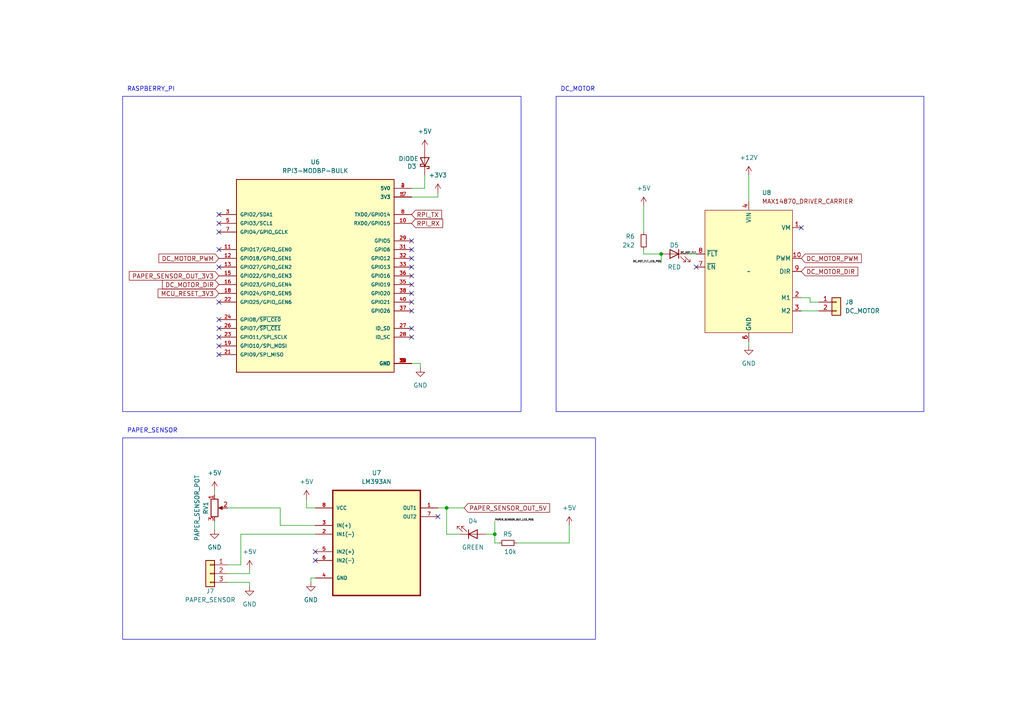
<source format=kicad_sch>
(kicad_sch (version 20230121) (generator eeschema)
  (paper "A4")
  (lib_symbols
    (symbol "Connector_Generic:Conn_01x02" (pin_names (offset 1.016) hide)
      (property "Reference" "J" (at 0 2.54 0))
      (property "Value" "Conn_01x02" (at 0 -5.08 0))
      (symbol "Conn_01x02_1_1"
        (rectangle (start -1.27 -2.413) (end 0 -2.667) (stroke (width 0.1524)))
        (rectangle (start -1.27 0.127) (end 0 -0.127) (stroke (width 0.1524)))
        (rectangle (start -1.27 1.27) (end 1.27 -3.81) (stroke (width 0.254)) (fill (type background)))
        (pin passive line (at -5.08 0 0) (length 3.81) (name "Pin_1") (number "1"))
        (pin passive line (at -5.08 -2.54 0) (length 3.81) (name "Pin_2") (number "2"))
      )
    )
    (symbol "Connector_Generic:Conn_01x03" (pin_names (offset 1.016) hide)
      (property "Reference" "J" (at 0 5.08 0))
      (property "Value" "Conn_01x03" (at 0 -5.08 0))
      (symbol "Conn_01x03_1_1"
        (rectangle (start -1.27 -2.413) (end 0 -2.667) (stroke (width 0.1524)))
        (rectangle (start -1.27 0.127) (end 0 -0.127) (stroke (width 0.1524)))
        (rectangle (start -1.27 2.667) (end 0 2.413) (stroke (width 0.1524)))
        (rectangle (start -1.27 3.81) (end 1.27 -3.81) (stroke (width 0.254)) (fill (type background)))
        (pin passive line (at -5.08 2.54 0) (length 3.81) (name "Pin_1") (number "1"))
        (pin passive line (at -5.08 0 0) (length 3.81) (name "Pin_2") (number "2"))
        (pin passive line (at -5.08 -2.54 0) (length 3.81) (name "Pin_3") (number "3"))
      )
    )
    (symbol "Device:D_Schottky" (pin_numbers hide) (pin_names (offset 1.016) hide)
      (property "Reference" "D" (at 0 2.54 0))
      (property "Value" "D_Schottky" (at 0 -2.54 0))
      (symbol "D_Schottky_0_1"
        (polyline (pts (xy 1.27 0) (xy -1.27 0)))
        (polyline (pts (xy 1.27 1.27) (xy 1.27 -1.27) (xy -1.27 0) (xy 1.27 1.27)) (stroke (width 0.254)))
        (polyline (pts (xy -1.905 0.635) (xy -1.905 1.27) (xy -1.27 1.27) (xy -1.27 -1.27) (xy -0.635 -1.27) (xy -0.635 -0.635)) (stroke (width 0.254)))
      )
      (symbol "D_Schottky_1_1"
        (pin passive line (at -3.81 0 0) (length 2.54) (name "K") (number "1"))
        (pin passive line (at 3.81 0 180) (length 2.54) (name "A") (number "2"))
      )
    )
    (symbol "Device:LED" (pin_numbers hide) (pin_names (offset 1.016) hide)
      (property "Reference" "D" (at 0 2.54 0))
      (property "Value" "LED" (at 0 -2.54 0))
      (symbol "LED_0_1"
        (polyline (pts (xy -1.27 -1.27) (xy -1.27 1.27)) (stroke (width 0.254)))
        (polyline (pts (xy -1.27 0) (xy 1.27 0)))
        (polyline (pts (xy 1.27 -1.27) (xy 1.27 1.27) (xy -1.27 0) (xy 1.27 -1.27)) (stroke (width 0.254)))
        (polyline (pts (xy -3.048 -0.762) (xy -4.572 -2.286) (xy -3.81 -2.286) (xy -4.572 -2.286) (xy -4.572 -1.524)))
        (polyline (pts (xy -1.778 -0.762) (xy -3.302 -2.286) (xy -2.54 -2.286) (xy -3.302 -2.286) (xy -3.302 -1.524)))
      )
      (symbol "LED_1_1"
        (pin passive line (at -3.81 0 0) (length 2.54) (name "K") (number "1"))
        (pin passive line (at 3.81 0 180) (length 2.54) (name "A") (number "2"))
      )
    )
    (symbol "Device:R_Potentiometer" (pin_names (offset 1.016) hide)
      (property "Reference" "RV" (at -4.445 0 90))
      (property "Value" "R_Potentiometer" (at -2.54 0 90))
      (symbol "R_Potentiometer_0_1"
        (polyline (pts (xy 2.54 0) (xy 1.524 0)))
        (polyline (pts (xy 1.143 0) (xy 2.286 0.508) (xy 2.286 -0.508) (xy 1.143 0)) (fill (type outline)))
        (rectangle (start 1.016 2.54) (end -1.016 -2.54) (stroke (width 0.254)))
      )
      (symbol "R_Potentiometer_1_1"
        (pin passive line (at 0 3.81 270) (length 1.27) (name "1") (number "1"))
        (pin passive line (at 3.81 0 180) (length 1.27) (name "2") (number "2"))
        (pin passive line (at 0 -3.81 90) (length 1.27) (name "3") (number "3"))
      )
    )
    (symbol "Device:R_Small" (pin_numbers hide) (pin_names (offset 0.254) hide)
      (property "Reference" "R" (at 0.762 0.508 0))
      (property "Value" "R_Small" (at 0.762 -1.016 0))
      (symbol "R_Small_0_1"
        (rectangle (start -0.762 1.778) (end 0.762 -1.778) (stroke (width 0.2032)))
      )
      (symbol "R_Small_1_1"
        (pin passive line (at 0 2.54 270) (length 0.762) (name "~") (number "1"))
        (pin passive line (at 0 -2.54 90) (length 0.762) (name "~") (number "2"))
      )
    )
    (symbol "Pen_Plotter_Lib:LM393AN" (pin_names (offset 1.016))
      (property "Reference" "U" (at -5.3698 15.0659 0))
      (property "Value" "LM393AN" (at -2.8234 -22.7402 0))
      (symbol "LM393AN_0_0"
        (rectangle (start -12.7 -17.78) (end 12.7 12.7) (stroke (width 0.4064)) (fill (type background)))
        (pin output line (at 17.78 7.62 180) (length 5.08) (name "OUT1") (number "1"))
        (pin input line (at -17.78 0 0) (length 5.08) (name "IN1(-)") (number "2"))
        (pin input line (at -17.78 2.54 0) (length 5.08) (name "IN(+)") (number "3"))
        (pin passive line (at -17.78 -12.7 0) (length 5.08) (name "GND") (number "4"))
        (pin input line (at -17.78 -5.08 0) (length 5.08) (name "IN2(+)") (number "5"))
        (pin input line (at -17.78 -7.62 0) (length 5.08) (name "IN2(-)") (number "6"))
        (pin output line (at 17.78 5.08 180) (length 5.08) (name "OUT2") (number "7"))
        (pin power_in line (at -17.78 7.62 0) (length 5.08) (name "VCC") (number "8"))
      )
    )
    (symbol "Pen_Plotter_Lib:MAX14870_DRIVER_CARRIER"
      (property "Reference" "U" (at 3.81 22.86 0))
      (symbol "MAX14870_DRIVER_CARRIER_0_0"
        (rectangle (start -12.7 17.78) (end 12.7 -17.78) (stroke (width 0.1524)) (fill (type background)))
      )
      (symbol "MAX14870_DRIVER_CARRIER_1_1"
        (text "MAX14870_DRIVER_CARRIER" (at 3.81 20.32 0) (effects (font (size 1.27 1.27)) (justify left)))
        (pin power_out line (at 15.24 12.7 180) (length 2.54) (name "VM") (number "1"))
        (pin input line (at 15.24 3.81 180) (length 2.54) (name "PWM") (number "10"))
        (pin output line (at 15.24 -7.62 180) (length 2.54) (name "M1") (number "2"))
        (pin output line (at 15.24 -11.43 180) (length 2.54) (name "M2") (number "3"))
        (pin power_in line (at 0 20.32 270) (length 2.54) (name "VIN") (number "4"))
        (pin power_in line (at 0 -20.32 90) (length 2.54) (name "GND") (number "5"))
        (pin power_in line (at 0 -20.32 90) (length 2.54) (name "GND") (number "6"))
        (pin input line (at -15.24 1.27 0) (length 2.54) (name "~{EN}") (number "7"))
        (pin output line (at -15.24 5.08 0) (length 2.54) (name "~{FLT}") (number "8"))
        (pin input line (at 15.24 0 180) (length 2.54) (name "DIR") (number "9"))
      )
    )
    (symbol "Pen_Plotter_Lib:RPI3-MODBP-BULK" (pin_names (offset 1.016))
      (property "Reference" "U" (at -22.86 28.702 0))
      (property "Value" "RPI3-MODBP-BULK" (at -22.86 -30.48 0))
      (symbol "RPI3-MODBP-BULK_0_0"
        (rectangle (start -22.86 -27.94) (end 22.86 27.94) (stroke (width 0.254)) (fill (type background)))
        (pin power_in line (at 27.94 22.86 180) (length 5.08) (name "3V3") (number "1"))
        (pin bidirectional line (at 27.94 15.24 180) (length 5.08) (name "RXD0/GPIO15") (number "10"))
        (pin bidirectional line (at -27.94 7.62 0) (length 5.08) (name "GPIO17/GPIO_GEN0") (number "11"))
        (pin bidirectional line (at -27.94 5.08 0) (length 5.08) (name "GPIO18/GPIO_GEN1") (number "12"))
        (pin bidirectional line (at -27.94 2.54 0) (length 5.08) (name "GPIO27/GPIO_GEN2") (number "13"))
        (pin power_in line (at 27.94 -25.4 180) (length 5.08) (name "GND") (number "14"))
        (pin bidirectional line (at -27.94 0 0) (length 5.08) (name "GPIO22/GPIO_GEN3") (number "15"))
        (pin bidirectional line (at -27.94 -2.54 0) (length 5.08) (name "GPIO23/GPIO_GEN4") (number "16"))
        (pin power_in line (at 27.94 22.86 180) (length 5.08) (name "3V3") (number "17"))
        (pin bidirectional line (at -27.94 -5.08 0) (length 5.08) (name "GPIO24/GPIO_GEN5") (number "18"))
        (pin bidirectional line (at -27.94 -20.32 0) (length 5.08) (name "GPIO10/SPI_MOSI") (number "19"))
        (pin power_in line (at 27.94 25.4 180) (length 5.08) (name "5V0") (number "2"))
        (pin power_in line (at 27.94 -25.4 180) (length 5.08) (name "GND") (number "20"))
        (pin bidirectional line (at -27.94 -22.86 0) (length 5.08) (name "GPIO9/SPI_MISO") (number "21"))
        (pin bidirectional line (at -27.94 -7.62 0) (length 5.08) (name "GPIO25/GPIO_GEN6") (number "22"))
        (pin bidirectional line (at -27.94 -17.78 0) (length 5.08) (name "GPIO11/SPI_SCLK") (number "23"))
        (pin bidirectional line (at -27.94 -12.7 0) (length 5.08) (name "GPIO8/~{SPI_CE0}") (number "24"))
        (pin power_in line (at 27.94 -25.4 180) (length 5.08) (name "GND") (number "25"))
        (pin bidirectional line (at -27.94 -15.24 0) (length 5.08) (name "GPIO7/~{SPI_CE1}") (number "26"))
        (pin bidirectional line (at 27.94 -15.24 180) (length 5.08) (name "ID_SD") (number "27"))
        (pin bidirectional line (at 27.94 -17.78 180) (length 5.08) (name "ID_SC") (number "28"))
        (pin bidirectional line (at 27.94 10.16 180) (length 5.08) (name "GPIO5") (number "29"))
        (pin bidirectional line (at -27.94 17.78 0) (length 5.08) (name "GPIO2/SDA1") (number "3"))
        (pin power_in line (at 27.94 -25.4 180) (length 5.08) (name "GND") (number "30"))
        (pin bidirectional line (at 27.94 7.62 180) (length 5.08) (name "GPIO6") (number "31"))
        (pin bidirectional line (at 27.94 5.08 180) (length 5.08) (name "GPIO12") (number "32"))
        (pin bidirectional line (at 27.94 2.54 180) (length 5.08) (name "GPIO13") (number "33"))
        (pin power_in line (at 27.94 -25.4 180) (length 5.08) (name "GND") (number "34"))
        (pin bidirectional line (at 27.94 -2.54 180) (length 5.08) (name "GPIO19") (number "35"))
        (pin bidirectional line (at 27.94 0 180) (length 5.08) (name "GPIO16") (number "36"))
        (pin bidirectional line (at 27.94 -10.16 180) (length 5.08) (name "GPIO26") (number "37"))
        (pin bidirectional line (at 27.94 -5.08 180) (length 5.08) (name "GPIO20") (number "38"))
        (pin power_in line (at 27.94 -25.4 180) (length 5.08) (name "GND") (number "39"))
        (pin power_in line (at 27.94 25.4 180) (length 5.08) (name "5V0") (number "4"))
        (pin bidirectional line (at 27.94 -7.62 180) (length 5.08) (name "GPIO21") (number "40"))
        (pin bidirectional line (at -27.94 15.24 0) (length 5.08) (name "GPIO3/SCL1") (number "5"))
        (pin power_in line (at 27.94 -25.4 180) (length 5.08) (name "GND") (number "6"))
        (pin bidirectional line (at -27.94 12.7 0) (length 5.08) (name "GPIO4/GPIO_GCLK") (number "7"))
        (pin bidirectional line (at 27.94 17.78 180) (length 5.08) (name "TXD0/GPIO14") (number "8"))
        (pin power_in line (at 27.94 -25.4 180) (length 5.08) (name "GND") (number "9"))
      )
    )
    (symbol "power:+12V" (power) (pin_names (offset 0))
      (property "Value" "+12V" (at 0 3.556 0))
      (symbol "+12V_0_1"
        (polyline (pts (xy -0.762 1.27) (xy 0 2.54)))
        (polyline (pts (xy 0 0) (xy 0 2.54)))
        (polyline (pts (xy 0 2.54) (xy 0.762 1.27)))
      )
      (symbol "+12V_1_1"
        (pin power_in line (at 0 0 90) (length 0) hide (name "+12V") (number "1"))
      )
    )
    (symbol "power:+3V3" (power) (pin_names (offset 0))
      (property "Value" "+3V3" (at 0 3.556 0))
      (symbol "+3V3_0_1"
        (polyline (pts (xy -0.762 1.27) (xy 0 2.54)))
        (polyline (pts (xy 0 0) (xy 0 2.54)))
        (polyline (pts (xy 0 2.54) (xy 0.762 1.27)))
      )
      (symbol "+3V3_1_1"
        (pin power_in line (at 0 0 90) (length 0) hide (name "+3V3") (number "1"))
      )
    )
    (symbol "power:+5V" (power) (pin_names (offset 0))
      (property "Value" "+5V" (at 0 3.556 0))
      (symbol "+5V_0_1"
        (polyline (pts (xy -0.762 1.27) (xy 0 2.54)))
        (polyline (pts (xy 0 0) (xy 0 2.54)))
        (polyline (pts (xy 0 2.54) (xy 0.762 1.27)))
      )
      (symbol "+5V_1_1"
        (pin power_in line (at 0 0 90) (length 0) hide (name "+5V") (number "1"))
      )
    )
    (symbol "power:GND" (power) (pin_names (offset 0))
      (property "Value" "GND" (at 0 -3.81 0))
      (symbol "GND_0_1"
        (polyline (pts (xy 0 0) (xy 0 -1.27) (xy 1.27 -1.27) (xy 0 -2.54) (xy -1.27 -1.27) (xy 0 -1.27)))
      )
      (symbol "GND_1_1"
        (pin power_in line (at 0 0 270) (length 0) hide (name "GND") (number "1"))
      )
    )
  )
  (junction (at 129.54 147.32))
  (junction (at 143.51 154.94))
  (junction (at 191.77 73.66))
  (no_connect (at 63.5 95.25))
  (no_connect (at 119.38 97.79))
  (no_connect (at 91.44 162.56))
  (no_connect (at 63.5 92.71))
  (no_connect (at 119.38 87.63))
  (no_connect (at 63.5 97.79))
  (no_connect (at 63.5 64.77))
  (no_connect (at 91.44 160.02))
  (no_connect (at 119.38 80.01))
  (no_connect (at 119.38 95.25))
  (no_connect (at 119.38 72.39))
  (no_connect (at 119.38 77.47))
  (no_connect (at 127 149.86))
  (no_connect (at 63.5 77.47))
  (no_connect (at 119.38 85.09))
  (no_connect (at 232.41 66.04))
  (no_connect (at 63.5 62.23))
  (no_connect (at 63.5 100.33))
  (no_connect (at 63.5 102.87))
  (no_connect (at 63.5 67.31))
  (no_connect (at 119.38 82.55))
  (no_connect (at 201.93 77.47))
  (no_connect (at 119.38 69.85))
  (no_connect (at 119.38 90.17))
  (no_connect (at 63.5 87.63))
  (no_connect (at 119.38 74.93))
  (no_connect (at 63.5 72.39))
  (wire (pts (xy 69.85 154.94) (xy 91.44 154.94)))
  (wire (pts (xy 186.69 73.66) (xy 186.69 72.39)))
  (wire (pts (xy 191.77 73.66) (xy 186.69 73.66)))
  (wire (pts (xy 191.77 76.2) (xy 191.77 73.66)))
  (wire (pts (xy 129.54 147.32) (xy 134.62 147.32)))
  (wire (pts (xy 232.41 86.36) (xy 234.95 86.36)))
  (wire (pts (xy 143.51 151.13) (xy 143.51 154.94)))
  (wire (pts (xy 90.17 167.64) (xy 91.44 167.64)))
  (wire (pts (xy 119.38 54.61) (xy 123.19 54.61)))
  (wire (pts (xy 81.28 152.4) (xy 91.44 152.4)))
  (wire (pts (xy 133.35 154.94) (xy 129.54 154.94)))
  (wire (pts (xy 143.51 157.48) (xy 143.51 154.94)))
  (wire (pts (xy 129.54 147.32) (xy 127 147.32)))
  (wire (pts (xy 90.17 168.91) (xy 90.17 167.64)))
  (wire (pts (xy 217.17 50.8) (xy 217.17 58.42)))
  (wire (pts (xy 81.28 147.32) (xy 81.28 152.4)))
  (wire (pts (xy 234.95 86.36) (xy 234.95 87.63)))
  (wire (pts (xy 232.41 90.17) (xy 237.49 90.17)))
  (wire (pts (xy 186.69 59.69) (xy 186.69 67.31)))
  (wire (pts (xy 165.1 157.48) (xy 149.86 157.48)))
  (wire (pts (xy 119.38 57.15) (xy 127 57.15)))
  (wire (pts (xy 66.04 168.91) (xy 72.39 168.91)))
  (wire (pts (xy 121.92 105.41) (xy 119.38 105.41)))
  (wire (pts (xy 72.39 166.37) (xy 66.04 166.37)))
  (wire (pts (xy 144.78 157.48) (xy 143.51 157.48)))
  (wire (pts (xy 129.54 154.94) (xy 129.54 147.32)))
  (wire (pts (xy 72.39 165.1) (xy 72.39 166.37)))
  (wire (pts (xy 72.39 168.91) (xy 72.39 170.18)))
  (wire (pts (xy 88.9 147.32) (xy 91.44 147.32)))
  (wire (pts (xy 217.17 99.06) (xy 217.17 100.33)))
  (wire (pts (xy 121.92 106.68) (xy 121.92 105.41)))
  (wire (pts (xy 140.97 154.94) (xy 143.51 154.94)))
  (wire (pts (xy 127 57.15) (xy 127 55.88)))
  (wire (pts (xy 62.23 142.24) (xy 62.23 143.51)))
  (wire (pts (xy 88.9 144.78) (xy 88.9 147.32)))
  (wire (pts (xy 123.19 54.61) (xy 123.19 50.8)))
  (wire (pts (xy 165.1 152.4) (xy 165.1 157.48)))
  (wire (pts (xy 69.85 163.83) (xy 69.85 154.94)))
  (wire (pts (xy 234.95 87.63) (xy 237.49 87.63)))
  (wire (pts (xy 201.93 73.66) (xy 199.39 73.66)))
  (wire (pts (xy 66.04 163.83) (xy 69.85 163.83)))
  (wire (pts (xy 66.04 147.32) (xy 81.28 147.32)))
  (wire (pts (xy 62.23 151.13) (xy 62.23 153.67)))
  (rectangle (start 35.56 27.94) (end 151.13 119.38))
  (rectangle (start 35.56 127) (end 172.72 185.42))
  (rectangle (start 161.29 27.94) (end 267.97 119.38))
  (text "RASPBERRY_PI" (at 36.83 26.67 0) (effects (font (size 1.27 1.27)) (justify left bottom)))
  (text "PAPER_SENSOR" (at 36.83 125.73 0) (effects (font (size 1.27 1.27)) (justify left bottom)))
  (text "DC_MOTOR" (at 162.56 26.67 0) (effects (font (size 1.27 1.27)) (justify left bottom)))
  (label "DC_MOT_FLT" (at 201.93 73.66 180) (effects (font (size 0.5 0.5))))
  (label "PAPER_SENSOR_OUT_LED_POS" (at 143.51 151.13 0) (effects (font (size 0.5 0.5))))
  (label "DC_MOT_FLT_LED_POS" (at 191.77 76.2 180) (effects (font (size 0.5 0.5))))
  (global_label "DC_MOTOR_PWM" (shape input) (at 63.5 74.93 180) (property "Intersheetrefs" "${INTERSHEET_REFS}" (effects hide)))
  (global_label "MCU_RESET_3V3" (shape input) (at 63.5 85.09 180) (property "Intersheetrefs" "${INTERSHEET_REFS}" (effects hide)))
  (global_label "DC_MOTOR_DIR" (shape input) (at 232.41 78.74 0) (property "Intersheetrefs" "${INTERSHEET_REFS}" (effects hide)))
  (global_label "DC_MOTOR_PWM" (shape input) (at 232.41 74.93 0) (property "Intersheetrefs" "${INTERSHEET_REFS}" (effects hide)))
  (global_label "RPI_RX" (shape input) (at 119.38 64.77 0) (property "Intersheetrefs" "${INTERSHEET_REFS}" (effects hide)))
  (global_label "PAPER_SENSOR_OUT_3V3" (shape input) (at 63.5 80.01 180) (property "Intersheetrefs" "${INTERSHEET_REFS}" (effects hide)))
  (global_label "RPI_TX" (shape input) (at 119.38 62.23 0) (property "Intersheetrefs" "${INTERSHEET_REFS}" (effects hide)))
  (global_label "DC_MOTOR_DIR" (shape input) (at 63.5 82.55 180) (property "Intersheetrefs" "${INTERSHEET_REFS}" (effects hide)))
  (global_label "PAPER_SENSOR_OUT_5V" (shape input) (at 134.62 147.32 0) (property "Intersheetrefs" "${INTERSHEET_REFS}" (effects hide)))
  (symbol (lib_id "Pen_Plotter_Lib:MAX14870_DRIVER_CARRIER") (at 217.17 78.74 0) (unit 1)
    (property "Reference" "U8" (at 220.98 55.88 0) (effects (justify left)))
    (property "Value" "~" (at 217.17 78.74 0))
    (property "Footprint" "Pen_Plotter_Lib:IC_MAX14870_DRIVER_CARRIER" (effects hide))
  )
  (symbol (lib_id "power:+3V3") (at 127 55.88 0) (unit 1)
    (property "Reference" "#PWR036" (effects hide))
    (property "Value" "+3V3" (at 127 50.8 0))
  )
  (symbol (lib_id "power:+5V") (at 186.69 59.69 0) (unit 1)
    (property "Reference" "#PWR039" (effects hide))
    (property "Value" "+5V" (at 186.69 54.61 0))
  )
  (symbol (lib_id "power:GND") (at 62.23 153.67 0) (unit 1)
    (property "Reference" "#PWR029" (effects hide))
    (property "Value" "GND" (at 62.23 158.75 0))
  )
  (symbol (lib_id "power:+5V") (at 123.19 43.18 0) (unit 1)
    (property "Reference" "#PWR035" (effects hide))
    (property "Value" "+5V" (at 123.19 38.1 0))
  )
  (symbol (lib_id "Pen_Plotter_Lib:LM393AN") (at 109.22 154.94 0) (unit 1)
    (property "Reference" "U7" (at 109.22 137.16 0))
    (property "Value" "LM393AN" (at 109.22 139.7 0))
    (property "Footprint" "Pen_Plotter_Lib:DIP254P762X508-8" (effects hide))
    (property "MF" "STMicroelectronics" (effects hide))
    (property "Description" "\nComparator General Purpose CMOS, DTL, ECL, MOS, Open-Collector, TTL 8-DIP\n" (effects hide))
    (property "PACKAGE" "PDIP" (effects hide))
    (property "MPN" "LM393AN" (effects hide))
    (property "Price" "None" (effects hide))
    (property "Package" "DIP-8 Fairchild Semiconductor" (effects hide))
    (property "OC_FARNELL" "1633058" (effects hide))
    (property "SnapEDA_Link" "https://www.snapeda.com/parts/LM393AN/STMicroelectronics/view-part/?ref=snap" (effects hide))
    (property "MP" "LM393AN" (effects hide))
    (property "Purchase-URL" "https://www.snapeda.com/api/url_track_click_mouser/?unipart_id=6439&manufacturer=STMicroelectronics&part_name=LM393AN&search_term=lm393an" (effects hide))
    (property "SUPPLIER" "FAIRCHILD SEMICONDUCTOR" (effects hide))
    (property "OC_NEWARK" "58K1801" (effects hide))
    (property "Availability" "In Stock" (effects hide))
    (property "Check_prices" "https://www.snapeda.com/parts/LM393AN/STMicroelectronics/view-part/?ref=eda" (effects hide))
  )
  (symbol (lib_id "power:+5V") (at 165.1 152.4 0) (unit 1)
    (property "Reference" "#PWR02" (effects hide))
    (property "Value" "+5V" (at 165.1 147.32 0))
  )
  (symbol (lib_id "Device:D_Schottky") (at 123.19 46.99 270) (mirror x) (unit 1)
    (property "Reference" "D3" (at 118.11 48.26 90) (effects (justify left)))
    (property "Value" "DIODE" (at 115.57 46.0375 90) (effects (justify left)))
    (property "Footprint" "Diode_THT:D_5W_P10.16mm_Horizontal" (effects hide))
  )
  (symbol (lib_id "Device:LED") (at 137.16 154.94 0) (mirror x) (unit 1)
    (property "Reference" "D4" (at 137.16 151.13 0))
    (property "Value" "GREEN" (at 137.16 158.75 0))
    (property "Footprint" "LED_THT:LED_D5.0mm" (effects hide))
  )
  (symbol (lib_id "power:+5V") (at 72.39 165.1 0) (unit 1)
    (property "Reference" "#PWR030" (effects hide))
    (property "Value" "+5V" (at 72.39 160.02 0))
  )
  (symbol (lib_id "power:+12V") (at 217.17 50.8 0) (unit 1)
    (property "Reference" "#PWR040" (effects hide))
    (property "Value" "+12V" (at 217.17 45.72 0))
  )
  (symbol (lib_id "Pen_Plotter_Lib:RPI3-MODBP-BULK") (at 91.44 80.01 0) (unit 1)
    (property "Reference" "U6" (at 91.44 46.99 0))
    (property "Value" "RPI3-MODBP-BULK" (at 91.44 49.53 0))
    (property "Footprint" "Pen_Plotter_Lib:MODULE_RPI3-MODBP-BULK" (effects hide))
    (property "MF" "Raspberry Pi" (effects hide))
    (property "Description" "\nBCM2837B0 Raspberry Pi 3 Model B+ - ARM® Cortex®-A53, VideoCore MPU Embedded Evaluation Board\n" (effects hide))
    (property "Package" "None" (effects hide))
    (property "Price" "None" (effects hide))
    (property "Check_prices" "https://www.snapeda.com/parts/RPI3-MODBP-BULK/Raspberry+Pi/view-part/?ref=eda" (effects hide))
    (property "STANDARD" "Manufacturer Recommendations" (effects hide))
    (property "PARTREV" "1.0" (effects hide))
    (property "SnapEDA_Link" "https://www.snapeda.com/parts/RPI3-MODBP-BULK/Raspberry+Pi/view-part/?ref=snap" (effects hide))
    (property "MP" "RPI3-MODBP-BULK" (effects hide))
    (property "Availability" "In Stock" (effects hide))
    (property "MANUFACTURER" "Raspberry Pi" (effects hide))
  )
  (symbol (lib_id "Device:R_Small") (at 147.32 157.48 270) (mirror x) (unit 1)
    (property "Reference" "R5" (at 148.59 154.94 90) (effects (justify right)))
    (property "Value" "10k" (at 149.86 160.02 90) (effects (justify right)))
    (property "Footprint" "Pen_Plotter_Lib:THT_RESISTOR_WITH_VALUE" (effects hide))
  )
  (symbol (lib_id "Device:LED") (at 195.58 73.66 0) (mirror y) (unit 1)
    (property "Reference" "D5" (at 195.58 71.12 0))
    (property "Value" "RED" (at 195.58 77.47 0))
    (property "Footprint" "LED_THT:LED_D5.0mm" (effects hide))
  )
  (symbol (lib_id "power:GND") (at 90.17 168.91 0) (unit 1)
    (property "Reference" "#PWR033" (effects hide))
    (property "Value" "GND" (at 90.17 173.99 0))
  )
  (symbol (lib_id "Device:R_Potentiometer") (at 62.23 147.32 0) (unit 1)
    (property "Reference" "RV1" (at 59.69 147.32 90))
    (property "Value" "PAPER_SENSOR_POT" (at 57.15 147.32 90))
    (property "Footprint" "Potentiometer_THT:Potentiometer_Bourns_3299W_Vertical" (effects hide))
  )
  (symbol (lib_id "power:+5V") (at 62.23 142.24 0) (unit 1)
    (property "Reference" "#PWR028" (effects hide))
    (property "Value" "+5V" (at 62.23 137.16 0))
  )
  (symbol (lib_id "Device:R_Small") (at 186.69 69.85 0) (mirror y) (unit 1)
    (property "Reference" "R6" (at 184.15 68.58 0) (effects (justify left)))
    (property "Value" "2k2" (at 184.15 71.12 0) (effects (justify left)))
    (property "Footprint" "Pen_Plotter_Lib:THT_RESISTOR_WITH_VALUE" (effects hide))
  )
  (symbol (lib_id "power:+5V") (at 88.9 144.78 0) (unit 1)
    (property "Reference" "#PWR032" (effects hide))
    (property "Value" "+5V" (at 88.9 139.7 0))
  )
  (symbol (lib_id "power:GND") (at 121.92 106.68 0) (unit 1)
    (property "Reference" "#PWR034" (effects hide))
    (property "Value" "GND" (at 121.92 111.76 0))
  )
  (symbol (lib_id "Connector_Generic:Conn_01x03") (at 60.96 166.37 0) (mirror y) (unit 1)
    (property "Reference" "J7" (at 60.96 171.45 0))
    (property "Value" "PAPER_SENSOR" (at 60.96 173.99 0))
    (property "Footprint" "Connector_JST:JST_EH_B3B-EH-A_1x03_P2.50mm_Vertical" (effects hide))
  )
  (symbol (lib_id "power:GND") (at 217.17 100.33 0) (unit 1)
    (property "Reference" "#PWR042" (effects hide))
    (property "Value" "GND" (at 217.17 105.41 0))
  )
  (symbol (lib_id "Connector_Generic:Conn_01x02") (at 242.57 87.63 0) (unit 1)
    (property "Reference" "J8" (at 245.11 87.63 0) (effects (justify left)))
    (property "Value" "DC_MOTOR" (at 245.11 90.17 0) (effects (justify left)))
    (property "Footprint" "Connector_JST:JST_EH_B2B-EH-A_1x02_P2.50mm_Vertical" (effects hide))
  )
  (symbol (lib_id "power:GND") (at 72.39 170.18 0) (unit 1)
    (property "Reference" "#PWR031" (effects hide))
    (property "Value" "GND" (at 72.39 175.26 0))
  )
)
</source>
